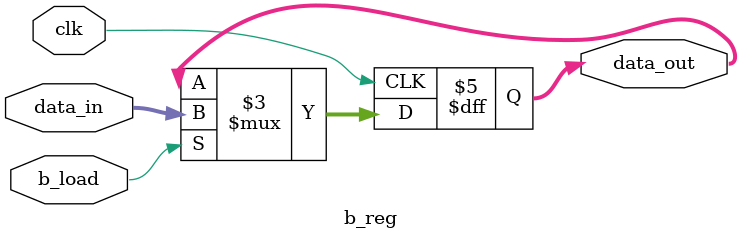
<source format=v>
module b_reg(
    input clk,
    input [7:0] data_in,
    input b_load,
    output reg [7:0] data_out
);

initial data_out = 8'h00;

always @(posedge clk) begin
    if (b_load)
        data_out <= data_in;  // Load data when b_load=1
end
endmodule
</source>
